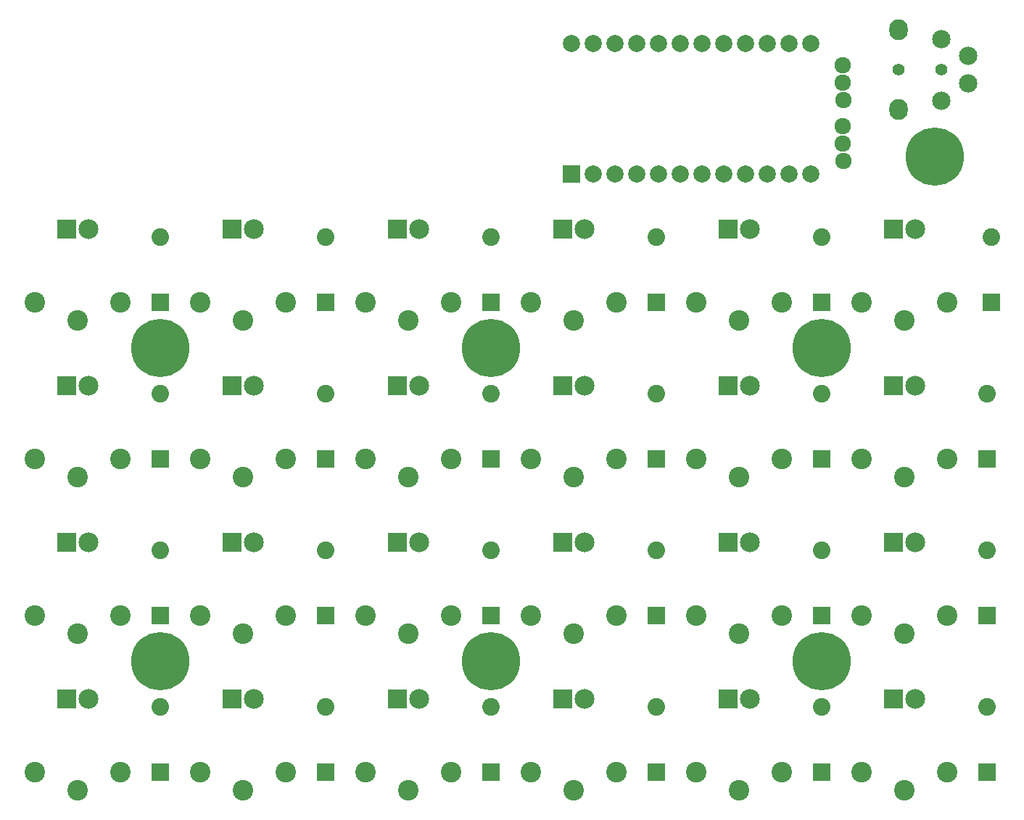
<source format=gbr>
G04 #@! TF.FileFunction,Soldermask,Bot*
%FSLAX46Y46*%
G04 Gerber Fmt 4.6, Leading zero omitted, Abs format (unit mm)*
G04 Created by KiCad (PCBNEW 4.0.7) date 05/28/18 22:28:37*
%MOMM*%
%LPD*%
G01*
G04 APERTURE LIST*
%ADD10C,0.100000*%
%ADD11C,2.400000*%
%ADD12R,2.305000X2.305000*%
%ADD13C,2.305000*%
%ADD14C,2.051000*%
%ADD15R,2.051000X2.051000*%
%ADD16C,1.924000*%
%ADD17O,2.152600X2.457400*%
%ADD18C,2.152600*%
%ADD19C,1.390600*%
%ADD20R,2.000000X2.000000*%
%ADD21C,2.000000*%
%ADD22C,6.800000*%
G04 APERTURE END LIST*
D10*
D11*
X112188000Y-92192000D03*
D12*
X105918000Y-83592000D03*
D13*
X108458000Y-83592000D03*
D11*
X107188000Y-94292000D03*
X102188000Y-92192000D03*
D14*
X39624000Y-48006000D03*
D15*
X39624000Y-55626000D03*
D14*
X39624000Y-66294000D03*
D15*
X39624000Y-73914000D03*
D14*
X39624000Y-84582000D03*
D15*
X39624000Y-92202000D03*
D14*
X39624000Y-102870000D03*
D15*
X39624000Y-110490000D03*
D14*
X58928000Y-48006000D03*
D15*
X58928000Y-55626000D03*
D14*
X58928000Y-66294000D03*
D15*
X58928000Y-73914000D03*
D14*
X58928000Y-84582000D03*
D15*
X58928000Y-92202000D03*
D14*
X58928000Y-102870000D03*
D15*
X58928000Y-110490000D03*
D14*
X78232000Y-48006000D03*
D15*
X78232000Y-55626000D03*
D14*
X78232000Y-66294000D03*
D15*
X78232000Y-73914000D03*
D14*
X78232000Y-84582000D03*
D15*
X78232000Y-92202000D03*
D14*
X78232000Y-102870000D03*
D15*
X78232000Y-110490000D03*
D14*
X97536000Y-48006000D03*
D15*
X97536000Y-55626000D03*
D14*
X97536000Y-66294000D03*
D15*
X97536000Y-73914000D03*
D14*
X97536000Y-84582000D03*
D15*
X97536000Y-92202000D03*
D14*
X97536000Y-102870000D03*
D15*
X97536000Y-110490000D03*
D14*
X116840000Y-48006000D03*
D15*
X116840000Y-55626000D03*
D14*
X116840000Y-66294000D03*
D15*
X116840000Y-73914000D03*
D14*
X116840000Y-84582000D03*
D15*
X116840000Y-92202000D03*
D14*
X116840000Y-102870000D03*
D15*
X116840000Y-110490000D03*
D14*
X136652000Y-48006000D03*
D15*
X136652000Y-55626000D03*
D14*
X136144000Y-66294000D03*
D15*
X136144000Y-73914000D03*
D14*
X136144000Y-84582000D03*
D15*
X136144000Y-92202000D03*
D14*
X136144000Y-102870000D03*
D15*
X136144000Y-110490000D03*
D16*
X119338000Y-29962000D03*
X119358000Y-31972000D03*
X119338000Y-27962000D03*
D17*
X125831600Y-23799800D03*
D18*
X130835400Y-32054800D03*
X133934200Y-26847800D03*
D17*
X125831600Y-33096200D03*
D18*
X133934200Y-30048200D03*
X130835400Y-24841200D03*
D19*
X125831600Y-28448000D03*
X130835400Y-28448000D03*
D16*
X119338000Y-37074000D03*
X119358000Y-39084000D03*
X119338000Y-35074000D03*
D11*
X34972000Y-55616000D03*
D12*
X28702000Y-47016000D03*
D13*
X31242000Y-47016000D03*
D11*
X29972000Y-57716000D03*
X24972000Y-55616000D03*
X34972000Y-73904000D03*
D12*
X28702000Y-65304000D03*
D13*
X31242000Y-65304000D03*
D11*
X29972000Y-76004000D03*
X24972000Y-73904000D03*
X34972000Y-92192000D03*
D12*
X28702000Y-83592000D03*
D13*
X31242000Y-83592000D03*
D11*
X29972000Y-94292000D03*
X24972000Y-92192000D03*
X34972000Y-110480000D03*
D12*
X28702000Y-101880000D03*
D13*
X31242000Y-101880000D03*
D11*
X29972000Y-112580000D03*
X24972000Y-110480000D03*
X54276000Y-55616000D03*
D12*
X48006000Y-47016000D03*
D13*
X50546000Y-47016000D03*
D11*
X49276000Y-57716000D03*
X44276000Y-55616000D03*
X54276000Y-73904000D03*
D12*
X48006000Y-65304000D03*
D13*
X50546000Y-65304000D03*
D11*
X49276000Y-76004000D03*
X44276000Y-73904000D03*
X54276000Y-92192000D03*
D12*
X48006000Y-83592000D03*
D13*
X50546000Y-83592000D03*
D11*
X49276000Y-94292000D03*
X44276000Y-92192000D03*
X54276000Y-110480000D03*
D12*
X48006000Y-101880000D03*
D13*
X50546000Y-101880000D03*
D11*
X49276000Y-112580000D03*
X44276000Y-110480000D03*
X73580000Y-55616000D03*
D12*
X67310000Y-47016000D03*
D13*
X69850000Y-47016000D03*
D11*
X68580000Y-57716000D03*
X63580000Y-55616000D03*
X73580000Y-73904000D03*
D12*
X67310000Y-65304000D03*
D13*
X69850000Y-65304000D03*
D11*
X68580000Y-76004000D03*
X63580000Y-73904000D03*
X73580000Y-92192000D03*
D12*
X67310000Y-83592000D03*
D13*
X69850000Y-83592000D03*
D11*
X68580000Y-94292000D03*
X63580000Y-92192000D03*
X73580000Y-110480000D03*
D12*
X67310000Y-101880000D03*
D13*
X69850000Y-101880000D03*
D11*
X68580000Y-112580000D03*
X63580000Y-110480000D03*
X92884000Y-55616000D03*
D12*
X86614000Y-47016000D03*
D13*
X89154000Y-47016000D03*
D11*
X87884000Y-57716000D03*
X82884000Y-55616000D03*
X92884000Y-73904000D03*
D12*
X86614000Y-65304000D03*
D13*
X89154000Y-65304000D03*
D11*
X87884000Y-76004000D03*
X82884000Y-73904000D03*
X92884000Y-92192000D03*
D12*
X86614000Y-83592000D03*
D13*
X89154000Y-83592000D03*
D11*
X87884000Y-94292000D03*
X82884000Y-92192000D03*
X92884000Y-110480000D03*
D12*
X86614000Y-101880000D03*
D13*
X89154000Y-101880000D03*
D11*
X87884000Y-112580000D03*
X82884000Y-110480000D03*
X112188000Y-55616000D03*
D12*
X105918000Y-47016000D03*
D13*
X108458000Y-47016000D03*
D11*
X107188000Y-57716000D03*
X102188000Y-55616000D03*
X112188000Y-73904000D03*
D12*
X105918000Y-65304000D03*
D13*
X108458000Y-65304000D03*
D11*
X107188000Y-76004000D03*
X102188000Y-73904000D03*
X112188000Y-110480000D03*
D12*
X105918000Y-101880000D03*
D13*
X108458000Y-101880000D03*
D11*
X107188000Y-112580000D03*
X102188000Y-110480000D03*
X131492000Y-55616000D03*
D12*
X125222000Y-47016000D03*
D13*
X127762000Y-47016000D03*
D11*
X126492000Y-57716000D03*
X121492000Y-55616000D03*
X131492000Y-73904000D03*
D12*
X125222000Y-65304000D03*
D13*
X127762000Y-65304000D03*
D11*
X126492000Y-76004000D03*
X121492000Y-73904000D03*
X131492000Y-92192000D03*
D12*
X125222000Y-83592000D03*
D13*
X127762000Y-83592000D03*
D11*
X126492000Y-94292000D03*
X121492000Y-92192000D03*
X131492000Y-110480000D03*
D12*
X125222000Y-101880000D03*
D13*
X127762000Y-101880000D03*
D11*
X126492000Y-112580000D03*
X121492000Y-110480000D03*
D20*
X87630000Y-40640000D03*
D21*
X90170000Y-40640000D03*
X92710000Y-40640000D03*
X95250000Y-40640000D03*
X97790000Y-40640000D03*
X100330000Y-40640000D03*
X102870000Y-40640000D03*
X105410000Y-40640000D03*
X107950000Y-40640000D03*
X110490000Y-40640000D03*
X113030000Y-40640000D03*
X115570000Y-40640000D03*
X115570000Y-25400000D03*
X113030000Y-25400000D03*
X110490000Y-25400000D03*
X107950000Y-25400000D03*
X105410000Y-25400000D03*
X102870000Y-25400000D03*
X100330000Y-25400000D03*
X97790000Y-25400000D03*
X95250000Y-25400000D03*
X92710000Y-25400000D03*
X90170000Y-25400000D03*
X87630000Y-25400000D03*
D22*
X116840000Y-97536000D03*
X116840000Y-60960000D03*
X39624000Y-97536000D03*
X130048000Y-38608000D03*
X78232000Y-97536000D03*
X39624000Y-60960000D03*
X78232000Y-60960000D03*
M02*

</source>
